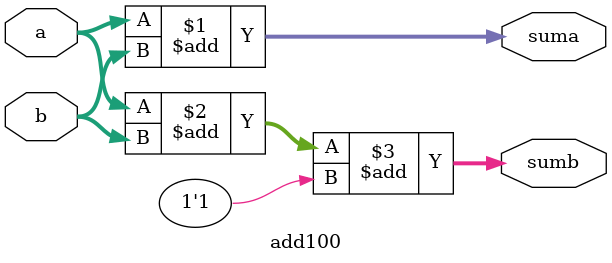
<source format=v>
module mpadder11 (
  input wire clk,
  input wire [1026:0] in_a,
  input wire [1026:0] in_b,
  output wire [1027:0] result
);

    wire [1026:0] MuxB = in_b;
    wire [1027:0] Sum;
    
    
    wire [1027:0] sumA;
    wire [1027:103] sumB;
    
    wire [8:0] carryA;
    wire [8:1] carryB;
    
    wire carry1;
    wire carry2;
    wire carry3;
    wire carry4;
    wire carry5;
    wire carry6;
    wire carry7;
    wire carry8;
    wire carry9;

  assign {carryA[0],sumA[102:0]} = in_a[102:0] + MuxB[102:0];   
  //assign {carryB[0],sumB[63:0]} = 65'b0;
    add103 A2(in_a[205:103], MuxB[205:103], sumA[205:103], carryA[1], sumB[205:103], carryB[1]);
    add103 A3(in_a[308:206], MuxB[308:206], sumA[308:206], carryA[2], sumB[308:206], carryB[2]);
    add103 A4(in_a[411:309], MuxB[411:309], sumA[411:309], carryA[3], sumB[411:309], carryB[3]);
    add103 A5(in_a[514:412], MuxB[514:412], sumA[514:412], carryA[4], sumB[514:412], carryB[4]);
    add103 A6(in_a[617:515], MuxB[617:515], sumA[617:515], carryA[5], sumB[617:515], carryB[5]);
    add103 A7(in_a[720:618], MuxB[720:618], sumA[720:618], carryA[6], sumB[720:618], carryB[6]);
    add103 A8(in_a[823:721], MuxB[823:721], sumA[823:721], carryA[7], sumB[823:721], carryB[7]);
    add103 A9(in_a[926:824], MuxB[926:824], sumA[926:824], carryA[8], sumB[926:824], carryB[8]);
    add100 A10(in_a[1026:927], MuxB[1026:927], sumA[1027:927], sumB[1027:927]);
  

    


  reg [1027:0] regA;
  reg [1027:103] regB;
  reg [8:0] regcA;
  reg [8:1] regcB;
  reg sub;
  always @(posedge clk) 
  begin
        regA <= sumA;
        regB <= sumB;
        regcA <= carryA;
        regcB <= carryB;
  end  
  
    assign carry1 = regcA[0];
    assign carry2 = carry1? regcB[1]: regcA[1];
    assign carry3 = carry2? regcB[2]: regcA[2];
    assign carry4 = carry3? regcB[3]: regcA[3];
    assign carry5 = carry4? regcB[4]: regcA[4];
    assign carry6 = carry5? regcB[5]: regcA[5];
    assign carry7 = carry6? regcB[6]: regcA[6];
    assign carry8 = carry7? regcB[7]: regcA[7];
    assign carry9 = carry8? regcB[8]: regcA[8];
  
    assign Sum[102:0] = regA[102:0];
    assign Sum[205:103] = carry1? regB[205:103]: regA[205:103];
    assign Sum[308:206] = carry2? regB[308:206]: regA[308:206];
    assign Sum[411:309] = carry3? regB[411:309]: regA[411:309];
    assign Sum[514:412] = carry4? regB[514:412]: regA[514:412];
    assign Sum[617:515] = carry5? regB[617:515]: regA[617:515];
    assign Sum[720:618] = carry6? regB[720:618]: regA[720:618];
    assign Sum[823:721] = carry7? regB[823:721]: regA[823:721];
    assign Sum[926:824] = carry8? regB[926:824]: regA[926:824];
    assign Sum[1027:927] = carry9? regB[1027:927]: regA[1027:927];
  

  assign result = Sum;


endmodule

module add103(
    input wire [102:0] a,
    input wire [102:0] b,
    output wire [102:0] suma,
    output wire carrya,
    output wire [102:0] sumb,
    output wire carryb
    );
    
    assign {carrya, suma} = a+b;
    assign {carryb, sumb} = a+b+1'b1;
    
    
endmodule

module add100(
    input wire [99:0] a,
    input wire [99:0] b,
    output wire [100:0] suma,
    output wire [100:0] sumb
    );
    
    assign suma= a+b;
    assign sumb = a+b+1'b1;
    
    
endmodule

</source>
